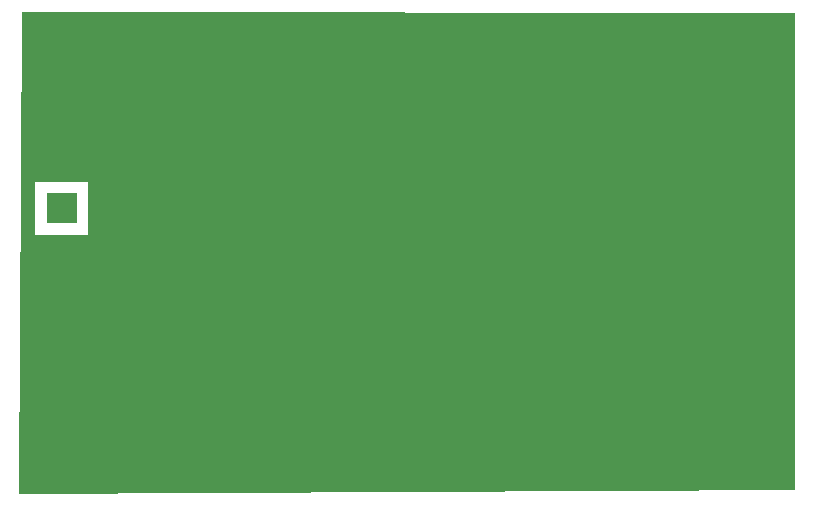
<source format=gbl>
G04 Layer_Physical_Order=2*
G04 Layer_Color=16711680*
%FSAX44Y44*%
%MOMM*%
G71*
G01*
G75*
%ADD19R,2.5000X2.5000*%
%ADD20C,3.0000*%
G36*
X01185000Y00739000D02*
Y00335000D01*
X00528902Y00332004D01*
X00528004Y00332902D01*
X00530000Y00740000D01*
X01185000Y00739000D01*
D02*
G37*
%LPC*%
G36*
X00586500Y00596500D02*
X00541500D01*
Y00551500D01*
X00586500D01*
Y00596500D01*
D02*
G37*
%LPD*%
D19*
X00564000Y00574000D02*
D03*
Y00624000D02*
D03*
D20*
X00740000Y00365000D02*
D03*
X00960000D02*
D03*
X01155000D02*
D03*
X00845000Y00656000D02*
D03*
M02*

</source>
